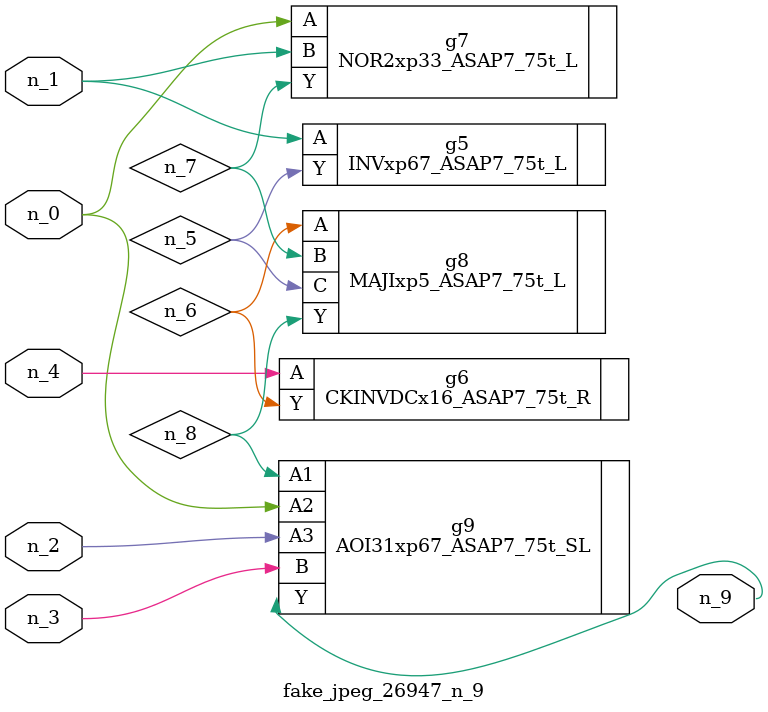
<source format=v>
module fake_jpeg_26947_n_9 (n_3, n_2, n_1, n_0, n_4, n_9);

input n_3;
input n_2;
input n_1;
input n_0;
input n_4;

output n_9;

wire n_8;
wire n_6;
wire n_5;
wire n_7;

INVxp67_ASAP7_75t_L g5 ( 
.A(n_1),
.Y(n_5)
);

CKINVDCx16_ASAP7_75t_R g6 ( 
.A(n_4),
.Y(n_6)
);

NOR2xp33_ASAP7_75t_L g7 ( 
.A(n_0),
.B(n_1),
.Y(n_7)
);

MAJIxp5_ASAP7_75t_L g8 ( 
.A(n_6),
.B(n_7),
.C(n_5),
.Y(n_8)
);

AOI31xp67_ASAP7_75t_SL g9 ( 
.A1(n_8),
.A2(n_0),
.A3(n_2),
.B(n_3),
.Y(n_9)
);


endmodule
</source>
